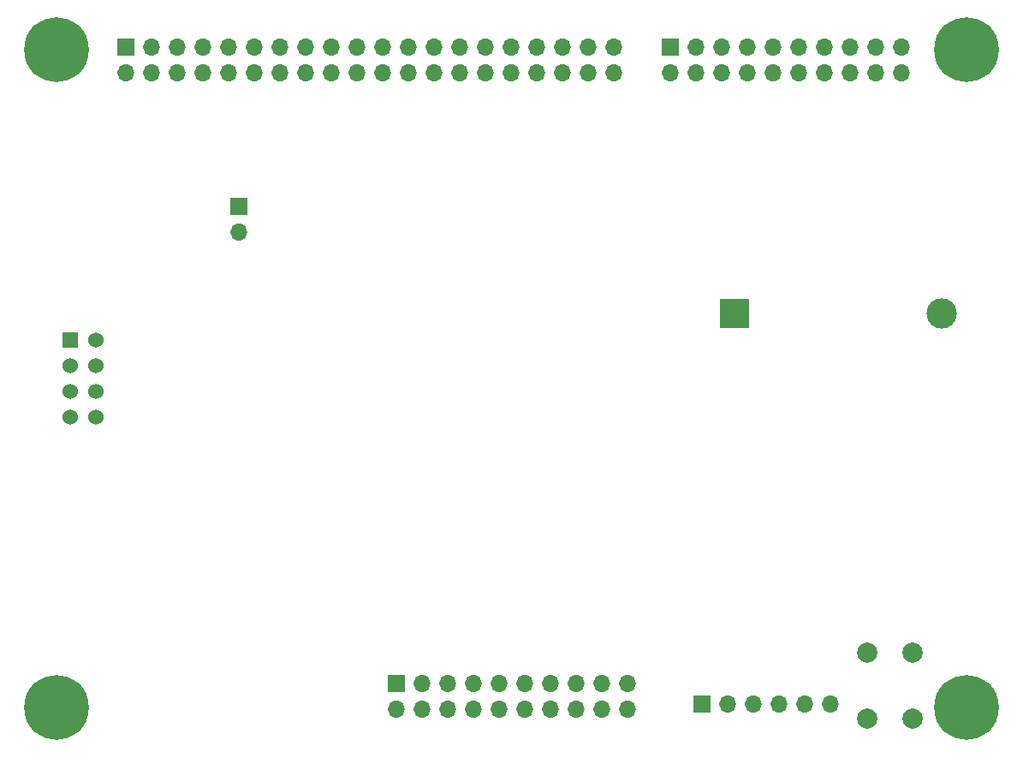
<source format=gbs>
G04 #@! TF.GenerationSoftware,KiCad,Pcbnew,(5.1.2)-1*
G04 #@! TF.CreationDate,2022-03-05T22:59:14+01:00*
G04 #@! TF.ProjectId,telemetria_receiver_2022,74656c65-6d65-4747-9269-615f72656365,rev?*
G04 #@! TF.SameCoordinates,Original*
G04 #@! TF.FileFunction,Soldermask,Bot*
G04 #@! TF.FilePolarity,Negative*
%FSLAX46Y46*%
G04 Gerber Fmt 4.6, Leading zero omitted, Abs format (unit mm)*
G04 Created by KiCad (PCBNEW (5.1.2)-1) date 2022-03-05 22:59:14*
%MOMM*%
%LPD*%
G04 APERTURE LIST*
%ADD10C,1.524000*%
%ADD11R,1.524000X1.524000*%
%ADD12C,6.400000*%
%ADD13O,1.700000X1.700000*%
%ADD14R,1.700000X1.700000*%
%ADD15C,2.000000*%
%ADD16R,3.000000X3.000000*%
%ADD17C,3.000000*%
G04 APERTURE END LIST*
D10*
X108594000Y-97263000D03*
X106054000Y-97263000D03*
X108594000Y-94723000D03*
X106054000Y-94723000D03*
X108594000Y-92183000D03*
X106054000Y-92183000D03*
X108594000Y-89643000D03*
D11*
X106054000Y-89643000D03*
D12*
X104704000Y-125988000D03*
X104704000Y-60988000D03*
X194704000Y-125988000D03*
X194704000Y-60988000D03*
D13*
X181229000Y-125603000D03*
X178689000Y-125603000D03*
X176149000Y-125603000D03*
X173609000Y-125603000D03*
X171069000Y-125603000D03*
D14*
X168529000Y-125603000D03*
D15*
X189340600Y-127082600D03*
X184840600Y-127082600D03*
X189340600Y-120582600D03*
X184840600Y-120582600D03*
D16*
X171704000Y-87000000D03*
D17*
X192194000Y-87000000D03*
D13*
X161144000Y-126188000D03*
X161144000Y-123648000D03*
X158604000Y-126188000D03*
X158604000Y-123648000D03*
X156064000Y-126188000D03*
X156064000Y-123648000D03*
X153524000Y-126188000D03*
X153524000Y-123648000D03*
X150984000Y-126188000D03*
X150984000Y-123648000D03*
X148444000Y-126188000D03*
X148444000Y-123648000D03*
X145904000Y-126188000D03*
X145904000Y-123648000D03*
X143364000Y-126188000D03*
X143364000Y-123648000D03*
X140824000Y-126188000D03*
X140824000Y-123648000D03*
X138284000Y-126188000D03*
D14*
X138284000Y-123648000D03*
D13*
X122682000Y-78994000D03*
D14*
X122682000Y-76454000D03*
D13*
X188214000Y-63246000D03*
X188214000Y-60706000D03*
X185674000Y-63246000D03*
X185674000Y-60706000D03*
X183134000Y-63246000D03*
X183134000Y-60706000D03*
X180594000Y-63246000D03*
X180594000Y-60706000D03*
X178054000Y-63246000D03*
X178054000Y-60706000D03*
X175514000Y-63246000D03*
X175514000Y-60706000D03*
X172974000Y-63246000D03*
X172974000Y-60706000D03*
X170434000Y-63246000D03*
X170434000Y-60706000D03*
X167894000Y-63246000D03*
X167894000Y-60706000D03*
X165354000Y-63246000D03*
D14*
X165354000Y-60706000D03*
D13*
X159766000Y-63246000D03*
X159766000Y-60706000D03*
X157226000Y-63246000D03*
X157226000Y-60706000D03*
X154686000Y-63246000D03*
X154686000Y-60706000D03*
X152146000Y-63246000D03*
X152146000Y-60706000D03*
X149606000Y-63246000D03*
X149606000Y-60706000D03*
X147066000Y-63246000D03*
X147066000Y-60706000D03*
X144526000Y-63246000D03*
X144526000Y-60706000D03*
X141986000Y-63246000D03*
X141986000Y-60706000D03*
X139446000Y-63246000D03*
X139446000Y-60706000D03*
X136906000Y-63246000D03*
X136906000Y-60706000D03*
X134366000Y-63246000D03*
X134366000Y-60706000D03*
X131826000Y-63246000D03*
X131826000Y-60706000D03*
X129286000Y-63246000D03*
X129286000Y-60706000D03*
X126746000Y-63246000D03*
X126746000Y-60706000D03*
X124206000Y-63246000D03*
X124206000Y-60706000D03*
X121666000Y-63246000D03*
X121666000Y-60706000D03*
X119126000Y-63246000D03*
X119126000Y-60706000D03*
X116586000Y-63246000D03*
X116586000Y-60706000D03*
X114046000Y-63246000D03*
X114046000Y-60706000D03*
X111506000Y-63246000D03*
D14*
X111506000Y-60706000D03*
M02*

</source>
